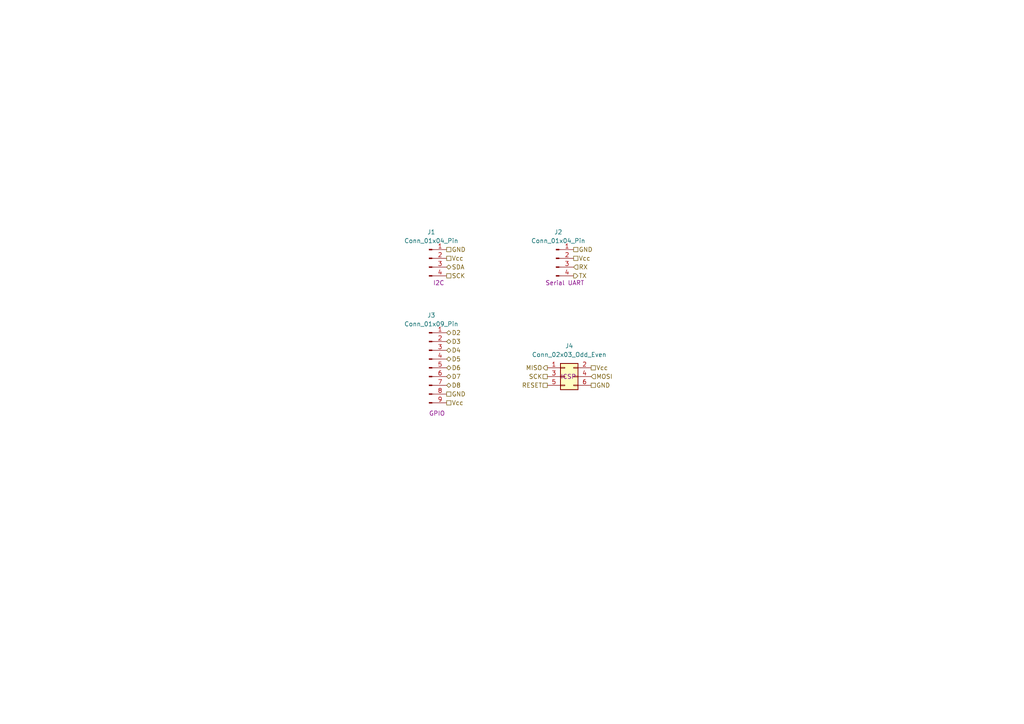
<source format=kicad_sch>
(kicad_sch (version 20231120) (generator "eeschema") (generator_version "8.0")
  (paper "A4")
  (lib_symbols
    (symbol "Connector:Conn_01x04_Pin" (pin_names (offset 1.016) hide)
      (property "Reference" "J" (at 0 5.08 0))
      (property "Value" "Conn_01x04_Pin" (at 0 -7.62 0))
      (symbol "Conn_01x04_Pin_1_1"
        (polyline (pts (xy 1.27 -5.08) (xy 0.8636 -5.08)) (stroke (width 0.1524)))
        (polyline (pts (xy 1.27 -2.54) (xy 0.8636 -2.54)) (stroke (width 0.1524)))
        (polyline (pts (xy 1.27 0) (xy 0.8636 0)) (stroke (width 0.1524)))
        (polyline (pts (xy 1.27 2.54) (xy 0.8636 2.54)) (stroke (width 0.1524)))
        (rectangle (start 0.8636 -4.953) (end 0 -5.207) (stroke (width 0.1524)) (fill (type outline)))
        (rectangle (start 0.8636 -2.413) (end 0 -2.667) (stroke (width 0.1524)) (fill (type outline)))
        (rectangle (start 0.8636 0.127) (end 0 -0.127) (stroke (width 0.1524)) (fill (type outline)))
        (rectangle (start 0.8636 2.667) (end 0 2.413) (stroke (width 0.1524)) (fill (type outline)))
        (pin passive line (at 5.08 2.54 180) (length 3.81) (name "Pin_1") (number "1"))
        (pin passive line (at 5.08 0 180) (length 3.81) (name "Pin_2") (number "2"))
        (pin passive line (at 5.08 -2.54 180) (length 3.81) (name "Pin_3") (number "3"))
        (pin passive line (at 5.08 -5.08 180) (length 3.81) (name "Pin_4") (number "4"))
      )
    )
    (symbol "Connector:Conn_01x09_Pin" (pin_names (offset 1.016) hide)
      (property "Reference" "J" (at 0 12.7 0))
      (property "Value" "Conn_01x09_Pin" (at 0 -12.7 0))
      (symbol "Conn_01x09_Pin_1_1"
        (polyline (pts (xy 1.27 -10.16) (xy 0.8636 -10.16)) (stroke (width 0.1524)))
        (polyline (pts (xy 1.27 -7.62) (xy 0.8636 -7.62)) (stroke (width 0.1524)))
        (polyline (pts (xy 1.27 -5.08) (xy 0.8636 -5.08)) (stroke (width 0.1524)))
        (polyline (pts (xy 1.27 -2.54) (xy 0.8636 -2.54)) (stroke (width 0.1524)))
        (polyline (pts (xy 1.27 0) (xy 0.8636 0)) (stroke (width 0.1524)))
        (polyline (pts (xy 1.27 2.54) (xy 0.8636 2.54)) (stroke (width 0.1524)))
        (polyline (pts (xy 1.27 5.08) (xy 0.8636 5.08)) (stroke (width 0.1524)))
        (polyline (pts (xy 1.27 7.62) (xy 0.8636 7.62)) (stroke (width 0.1524)))
        (polyline (pts (xy 1.27 10.16) (xy 0.8636 10.16)) (stroke (width 0.1524)))
        (rectangle (start 0.8636 -10.033) (end 0 -10.287) (stroke (width 0.1524)) (fill (type outline)))
        (rectangle (start 0.8636 -7.493) (end 0 -7.747) (stroke (width 0.1524)) (fill (type outline)))
        (rectangle (start 0.8636 -4.953) (end 0 -5.207) (stroke (width 0.1524)) (fill (type outline)))
        (rectangle (start 0.8636 -2.413) (end 0 -2.667) (stroke (width 0.1524)) (fill (type outline)))
        (rectangle (start 0.8636 0.127) (end 0 -0.127) (stroke (width 0.1524)) (fill (type outline)))
        (rectangle (start 0.8636 2.667) (end 0 2.413) (stroke (width 0.1524)) (fill (type outline)))
        (rectangle (start 0.8636 5.207) (end 0 4.953) (stroke (width 0.1524)) (fill (type outline)))
        (rectangle (start 0.8636 7.747) (end 0 7.493) (stroke (width 0.1524)) (fill (type outline)))
        (rectangle (start 0.8636 10.287) (end 0 10.033) (stroke (width 0.1524)) (fill (type outline)))
        (pin passive line (at 5.08 10.16 180) (length 3.81) (name "Pin_1") (number "1"))
        (pin passive line (at 5.08 7.62 180) (length 3.81) (name "Pin_2") (number "2"))
        (pin passive line (at 5.08 5.08 180) (length 3.81) (name "Pin_3") (number "3"))
        (pin passive line (at 5.08 2.54 180) (length 3.81) (name "Pin_4") (number "4"))
        (pin passive line (at 5.08 0 180) (length 3.81) (name "Pin_5") (number "5"))
        (pin passive line (at 5.08 -2.54 180) (length 3.81) (name "Pin_6") (number "6"))
        (pin passive line (at 5.08 -5.08 180) (length 3.81) (name "Pin_7") (number "7"))
        (pin passive line (at 5.08 -7.62 180) (length 3.81) (name "Pin_8") (number "8"))
        (pin passive line (at 5.08 -10.16 180) (length 3.81) (name "Pin_9") (number "9"))
      )
    )
    (symbol "Connector_Generic:Conn_02x03_Odd_Even" (pin_names (offset 1.016) hide)
      (property "Reference" "J" (at 1.27 5.08 0))
      (property "Value" "Conn_02x03_Odd_Even" (at 1.27 -5.08 0))
      (symbol "Conn_02x03_Odd_Even_1_1"
        (rectangle (start -1.27 -2.413) (end 0 -2.667) (stroke (width 0.1524)))
        (rectangle (start -1.27 0.127) (end 0 -0.127) (stroke (width 0.1524)))
        (rectangle (start -1.27 2.667) (end 0 2.413) (stroke (width 0.1524)))
        (rectangle (start -1.27 3.81) (end 3.81 -3.81) (stroke (width 0.254)) (fill (type background)))
        (rectangle (start 3.81 -2.413) (end 2.54 -2.667) (stroke (width 0.1524)))
        (rectangle (start 3.81 0.127) (end 2.54 -0.127) (stroke (width 0.1524)))
        (rectangle (start 3.81 2.667) (end 2.54 2.413) (stroke (width 0.1524)))
        (pin passive line (at -5.08 2.54 0) (length 3.81) (name "Pin_1") (number "1"))
        (pin passive line (at 7.62 2.54 180) (length 3.81) (name "Pin_2") (number "2"))
        (pin passive line (at -5.08 0 0) (length 3.81) (name "Pin_3") (number "3"))
        (pin passive line (at 7.62 0 180) (length 3.81) (name "Pin_4") (number "4"))
        (pin passive line (at -5.08 -2.54 0) (length 3.81) (name "Pin_5") (number "5"))
        (pin passive line (at 7.62 -2.54 180) (length 3.81) (name "Pin_6") (number "6"))
      )
    )
  )
  (hierarchical_label "D5" (shape bidirectional) (at 129.54 104.14 0))
  (hierarchical_label "Vcc" (shape passive) (at 129.54 74.93 0))
  (hierarchical_label "GND" (shape passive) (at 171.45 111.76 0))
  (hierarchical_label "MISO" (shape output) (at 158.75 106.68 180))
  (hierarchical_label "GND" (shape passive) (at 166.37 72.39 0))
  (hierarchical_label "GND" (shape passive) (at 129.54 114.3 0))
  (hierarchical_label "SCK" (shape passive) (at 158.75 109.22 180))
  (hierarchical_label "RESET" (shape passive) (at 158.75 111.76 180))
  (hierarchical_label "SCK" (shape passive) (at 129.54 80.01 0))
  (hierarchical_label "D7" (shape bidirectional) (at 129.54 109.22 0))
  (hierarchical_label "SDA" (shape bidirectional) (at 129.54 77.47 0))
  (hierarchical_label "GND" (shape passive) (at 129.54 72.39 0))
  (hierarchical_label "D4" (shape bidirectional) (at 129.54 101.6 0))
  (hierarchical_label "D2" (shape bidirectional) (at 129.54 96.52 0))
  (hierarchical_label "RX" (shape input) (at 166.37 77.47 0))
  (hierarchical_label "Vcc" (shape passive) (at 166.37 74.93 0))
  (hierarchical_label "TX" (shape output) (at 166.37 80.01 0))
  (hierarchical_label "D3" (shape bidirectional) (at 129.54 99.06 0))
  (hierarchical_label "D6" (shape bidirectional) (at 129.54 106.68 0))
  (hierarchical_label "MOSI" (shape input) (at 171.45 109.22 0))
  (hierarchical_label "Vcc" (shape passive) (at 129.54 116.84 0))
  (hierarchical_label "D8" (shape bidirectional) (at 129.54 111.76 0))
  (hierarchical_label "Vcc" (shape passive) (at 171.45 106.68 0))
  (symbol (lib_id "Connector_Generic:Conn_02x03_Odd_Even") (at 163.83 109.22 0) (unit 1)
    (property "Reference" "J4" (at 165.1 100.33 0))
    (property "Value" "Conn_02x03_Odd_Even" (at 165.1 102.87 0))
    (property "Footprint" "Connector_PinHeader_2.54mm:PinHeader_2x03_P2.54mm_Vertical" (effects (hide yes)))
    (property "Description" "Generic connector, double row, 02x03, odd/even pin numbering scheme (row 1 odd numbers, row 2 even numbers), script generated (kicad-library-utils/schlib/autogen/connector/)" (effects (hide yes)))
    (property "Purpose" "ICSP" (at 164.846 109.22 0))
  )
  (symbol (lib_id "Connector:Conn_01x04_Pin") (at 161.29 74.93 0) (unit 1)
    (property "Reference" "J2" (at 161.925 67.31 0))
    (property "Value" "Conn_01x04_Pin" (at 161.925 69.85 0))
    (property "Footprint" "Connector_PinHeader_2.54mm:PinHeader_1x04_P2.54mm_Vertical" (effects (hide yes)))
    (property "Description" "Generic connector, single row, 01x04, script generated" (effects (hide yes)))
    (property "Purpose" "Serial UART" (at 163.83 82.042 0))
  )
  (symbol (lib_id "Connector:Conn_01x04_Pin") (at 124.46 74.93 0) (unit 1)
    (property "Reference" "J1" (at 125.095 67.31 0))
    (property "Value" "Conn_01x04_Pin" (at 125.095 69.85 0))
    (property "Footprint" "Connector_PinHeader_2.54mm:PinHeader_1x04_P2.54mm_Vertical" (effects (hide yes)))
    (property "Description" "Generic connector, single row, 01x04, script generated" (effects (hide yes)))
    (property "Purpose" "I2C" (at 127.254 82.042 0))
  )
  (symbol (lib_id "Connector:Conn_01x09_Pin") (at 124.46 106.68 0) (unit 1)
    (property "Reference" "J3" (at 125.095 91.44 0))
    (property "Value" "Conn_01x09_Pin" (at 125.095 93.98 0))
    (property "Footprint" "Connector_PinHeader_2.54mm:PinHeader_1x09_P2.54mm_Vertical" (effects (hide yes)))
    (property "Description" "Generic connector, single row, 01x09, script generated" (effects (hide yes)))
    (property "Purpose" "GPIO" (at 126.746 119.888 0))
  )
)
</source>
